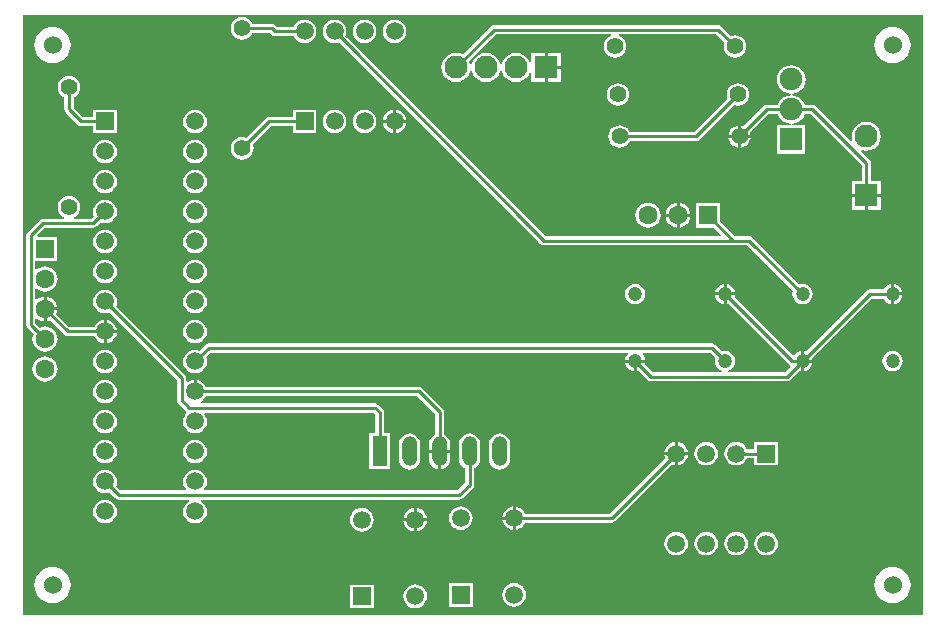
<source format=gbl>
G04*
G04 #@! TF.GenerationSoftware,Altium Limited,Altium Designer,22.1.2 (22)*
G04*
G04 Layer_Physical_Order=2*
G04 Layer_Color=16711680*
%FSLAX25Y25*%
%MOIN*%
G70*
G04*
G04 #@! TF.SameCoordinates,1BA5BB5C-5110-4B30-B957-24BA070B8C90*
G04*
G04*
G04 #@! TF.FilePolarity,Positive*
G04*
G01*
G75*
%ADD13C,0.01000*%
%ADD25C,0.07480*%
%ADD26R,0.07480X0.07480*%
%ADD32O,0.05000X0.10000*%
%ADD33R,0.05000X0.10000*%
%ADD34C,0.05512*%
%ADD35C,0.06000*%
%ADD36C,0.04724*%
%ADD37C,0.05906*%
%ADD38R,0.05906X0.05906*%
%ADD39R,0.05906X0.05906*%
%ADD40C,0.06299*%
%ADD41R,0.06299X0.06299*%
%ADD42C,0.07677*%
%ADD43R,0.07677X0.07677*%
%ADD44R,0.06299X0.06299*%
%ADD45C,0.06299*%
%ADD46R,0.07677X0.07677*%
G36*
X300000Y0D02*
X0D01*
Y200000D01*
X300000D01*
Y0D01*
D02*
G37*
%LPC*%
G36*
X124000Y198487D02*
X122968Y198351D01*
X122007Y197953D01*
X121181Y197319D01*
X120547Y196493D01*
X120149Y195532D01*
X120013Y194500D01*
X120149Y193468D01*
X120547Y192507D01*
X121181Y191681D01*
X122007Y191047D01*
X122968Y190649D01*
X124000Y190513D01*
X125032Y190649D01*
X125993Y191047D01*
X126819Y191681D01*
X127453Y192507D01*
X127851Y193468D01*
X127987Y194500D01*
X127851Y195532D01*
X127453Y196493D01*
X126819Y197319D01*
X125993Y197953D01*
X125032Y198351D01*
X124000Y198487D01*
D02*
G37*
G36*
X114000D02*
X112968Y198351D01*
X112007Y197953D01*
X111181Y197319D01*
X110547Y196493D01*
X110149Y195532D01*
X110013Y194500D01*
X110149Y193468D01*
X110547Y192507D01*
X111181Y191681D01*
X112007Y191047D01*
X112968Y190649D01*
X114000Y190513D01*
X115032Y190649D01*
X115993Y191047D01*
X116819Y191681D01*
X117453Y192507D01*
X117851Y193468D01*
X117987Y194500D01*
X117851Y195532D01*
X117453Y196493D01*
X116819Y197319D01*
X115993Y197953D01*
X115032Y198351D01*
X114000Y198487D01*
D02*
G37*
G36*
X73209Y199325D02*
X72229Y199196D01*
X71315Y198818D01*
X70531Y198216D01*
X69929Y197431D01*
X69550Y196518D01*
X69421Y195537D01*
X69550Y194556D01*
X69929Y193643D01*
X70531Y192858D01*
X71315Y192256D01*
X72229Y191878D01*
X73209Y191749D01*
X74190Y191878D01*
X75104Y192256D01*
X75888Y192858D01*
X76490Y193643D01*
X76641Y194008D01*
X82367D01*
X82956Y193419D01*
X83452Y193087D01*
X84037Y192971D01*
X90355D01*
X90547Y192507D01*
X91181Y191681D01*
X92007Y191047D01*
X92968Y190649D01*
X94000Y190513D01*
X95032Y190649D01*
X95993Y191047D01*
X96819Y191681D01*
X97453Y192507D01*
X97851Y193468D01*
X97987Y194500D01*
X97851Y195532D01*
X97453Y196493D01*
X96819Y197319D01*
X95993Y197953D01*
X95032Y198351D01*
X94000Y198487D01*
X92968Y198351D01*
X92007Y197953D01*
X91181Y197319D01*
X90547Y196493D01*
X90355Y196029D01*
X84671D01*
X84081Y196618D01*
X83585Y196950D01*
X83000Y197066D01*
X76641D01*
X76490Y197431D01*
X75888Y198216D01*
X75104Y198818D01*
X74190Y199196D01*
X73209Y199325D01*
D02*
G37*
G36*
X231900Y196629D02*
X157100D01*
X156515Y196513D01*
X156019Y196181D01*
X146674Y186837D01*
X145763Y187214D01*
X144500Y187380D01*
X143237Y187214D01*
X142060Y186726D01*
X141049Y185951D01*
X140273Y184940D01*
X139786Y183763D01*
X139620Y182500D01*
X139786Y181237D01*
X140273Y180060D01*
X141049Y179049D01*
X142060Y178273D01*
X143237Y177786D01*
X144500Y177620D01*
X145763Y177786D01*
X146940Y178273D01*
X147951Y179049D01*
X148726Y180060D01*
X149214Y181237D01*
X149248Y181494D01*
X149752D01*
X149786Y181237D01*
X150274Y180060D01*
X151049Y179049D01*
X152060Y178273D01*
X153237Y177786D01*
X154500Y177620D01*
X155763Y177786D01*
X156940Y178273D01*
X157951Y179049D01*
X158727Y180060D01*
X159214Y181237D01*
X159248Y181494D01*
X159752D01*
X159786Y181237D01*
X160274Y180060D01*
X161049Y179049D01*
X162060Y178273D01*
X163237Y177786D01*
X164500Y177620D01*
X165763Y177786D01*
X166940Y178273D01*
X167951Y179049D01*
X168727Y180060D01*
X169161Y181110D01*
X169661Y181010D01*
Y177661D01*
X174000D01*
Y182500D01*
Y187339D01*
X169661D01*
Y183990D01*
X169161Y183890D01*
X168727Y184940D01*
X167951Y185951D01*
X166940Y186726D01*
X165763Y187214D01*
X164500Y187380D01*
X163237Y187214D01*
X162060Y186726D01*
X161049Y185951D01*
X160274Y184940D01*
X159786Y183763D01*
X159752Y183506D01*
X159248D01*
X159214Y183763D01*
X158727Y184940D01*
X157951Y185951D01*
X156940Y186726D01*
X155763Y187214D01*
X154500Y187380D01*
X153237Y187214D01*
X152060Y186726D01*
X151049Y185951D01*
X150274Y184940D01*
X149786Y183763D01*
X149752Y183506D01*
X149248D01*
X149214Y183763D01*
X148837Y184674D01*
X157734Y193571D01*
X196206D01*
X196306Y193071D01*
X195606Y192781D01*
X194821Y192179D01*
X194219Y191394D01*
X193841Y190480D01*
X193712Y189500D01*
X193841Y188520D01*
X194219Y187606D01*
X194821Y186821D01*
X195606Y186219D01*
X196519Y185841D01*
X197500Y185712D01*
X198480Y185841D01*
X199394Y186219D01*
X200179Y186821D01*
X200781Y187606D01*
X201159Y188520D01*
X201288Y189500D01*
X201159Y190480D01*
X200781Y191394D01*
X200179Y192179D01*
X199394Y192781D01*
X198694Y193071D01*
X198794Y193571D01*
X231266D01*
X233992Y190845D01*
X233841Y190480D01*
X233712Y189500D01*
X233841Y188520D01*
X234219Y187606D01*
X234821Y186821D01*
X235606Y186219D01*
X236520Y185841D01*
X237500Y185712D01*
X238480Y185841D01*
X239394Y186219D01*
X240179Y186821D01*
X240781Y187606D01*
X241159Y188520D01*
X241288Y189500D01*
X241159Y190480D01*
X240781Y191394D01*
X240179Y192179D01*
X239394Y192781D01*
X238480Y193159D01*
X237500Y193288D01*
X236520Y193159D01*
X236155Y193008D01*
X232981Y196181D01*
X232485Y196513D01*
X231900Y196629D01*
D02*
G37*
G36*
X290000Y196029D02*
X288824Y195913D01*
X287693Y195570D01*
X286650Y195013D01*
X285737Y194263D01*
X284987Y193350D01*
X284430Y192307D01*
X284087Y191176D01*
X283971Y190000D01*
X284087Y188824D01*
X284430Y187693D01*
X284987Y186651D01*
X285737Y185737D01*
X286650Y184987D01*
X287693Y184430D01*
X288824Y184087D01*
X290000Y183971D01*
X291176Y184087D01*
X292307Y184430D01*
X293350Y184987D01*
X294263Y185737D01*
X295013Y186651D01*
X295570Y187693D01*
X295913Y188824D01*
X296029Y190000D01*
X295913Y191176D01*
X295570Y192307D01*
X295013Y193350D01*
X294263Y194263D01*
X293350Y195013D01*
X292307Y195570D01*
X291176Y195913D01*
X290000Y196029D01*
D02*
G37*
G36*
X10000D02*
X8824Y195913D01*
X7693Y195570D01*
X6650Y195013D01*
X5737Y194263D01*
X4987Y193350D01*
X4430Y192307D01*
X4087Y191176D01*
X3971Y190000D01*
X4087Y188824D01*
X4430Y187693D01*
X4987Y186651D01*
X5737Y185737D01*
X6650Y184987D01*
X7693Y184430D01*
X8824Y184087D01*
X10000Y183971D01*
X11176Y184087D01*
X12307Y184430D01*
X13350Y184987D01*
X14263Y185737D01*
X15013Y186651D01*
X15570Y187693D01*
X15913Y188824D01*
X16029Y190000D01*
X15913Y191176D01*
X15570Y192307D01*
X15013Y193350D01*
X14263Y194263D01*
X13350Y195013D01*
X12307Y195570D01*
X11176Y195913D01*
X10000Y196029D01*
D02*
G37*
G36*
X179339Y187339D02*
X175000D01*
Y183000D01*
X179339D01*
Y187339D01*
D02*
G37*
G36*
Y182000D02*
X175000D01*
Y177661D01*
X179339D01*
Y182000D01*
D02*
G37*
G36*
X238500Y177288D02*
X237520Y177159D01*
X236606Y176781D01*
X235821Y176179D01*
X235219Y175394D01*
X234841Y174480D01*
X234712Y173500D01*
X234841Y172520D01*
X234992Y172155D01*
X223867Y161029D01*
X202432D01*
X202281Y161394D01*
X201679Y162179D01*
X200894Y162781D01*
X199980Y163159D01*
X199000Y163288D01*
X198020Y163159D01*
X197106Y162781D01*
X196321Y162179D01*
X195719Y161394D01*
X195341Y160480D01*
X195212Y159500D01*
X195341Y158519D01*
X195719Y157606D01*
X196321Y156821D01*
X197106Y156219D01*
X198020Y155841D01*
X199000Y155712D01*
X199980Y155841D01*
X200894Y156219D01*
X201679Y156821D01*
X202281Y157606D01*
X202432Y157971D01*
X224500D01*
X225085Y158087D01*
X225581Y158419D01*
X237155Y169992D01*
X237520Y169841D01*
X238500Y169712D01*
X239480Y169841D01*
X240394Y170219D01*
X241179Y170821D01*
X241781Y171606D01*
X242159Y172520D01*
X242288Y173500D01*
X242159Y174480D01*
X241781Y175394D01*
X241179Y176179D01*
X240394Y176781D01*
X239480Y177159D01*
X238500Y177288D01*
D02*
G37*
G36*
X198500D02*
X197520Y177159D01*
X196606Y176781D01*
X195821Y176179D01*
X195219Y175394D01*
X194841Y174480D01*
X194712Y173500D01*
X194841Y172520D01*
X195219Y171606D01*
X195821Y170821D01*
X196606Y170219D01*
X197520Y169841D01*
X198500Y169712D01*
X199480Y169841D01*
X200394Y170219D01*
X201179Y170821D01*
X201781Y171606D01*
X202159Y172520D01*
X202288Y173500D01*
X202159Y174480D01*
X201781Y175394D01*
X201179Y176179D01*
X200394Y176781D01*
X199480Y177159D01*
X198500Y177288D01*
D02*
G37*
G36*
X124500Y168421D02*
Y165000D01*
X127921D01*
X127851Y165532D01*
X127453Y166493D01*
X126819Y167319D01*
X125993Y167953D01*
X125032Y168351D01*
X124500Y168421D01*
D02*
G37*
G36*
X123500D02*
X122968Y168351D01*
X122007Y167953D01*
X121181Y167319D01*
X120547Y166493D01*
X120149Y165532D01*
X120079Y165000D01*
X123500D01*
Y168421D01*
D02*
G37*
G36*
X127921Y164000D02*
X124500D01*
Y160579D01*
X125032Y160649D01*
X125993Y161047D01*
X126819Y161681D01*
X127453Y162507D01*
X127851Y163468D01*
X127921Y164000D01*
D02*
G37*
G36*
X123500D02*
X120079D01*
X120149Y163468D01*
X120547Y162507D01*
X121181Y161681D01*
X122007Y161047D01*
X122968Y160649D01*
X123500Y160579D01*
Y164000D01*
D02*
G37*
G36*
X97953Y168453D02*
X90047D01*
Y166029D01*
X82172D01*
X81587Y165913D01*
X81091Y165581D01*
X74555Y159045D01*
X74190Y159196D01*
X73209Y159325D01*
X72229Y159196D01*
X71315Y158818D01*
X70531Y158216D01*
X69929Y157431D01*
X69550Y156518D01*
X69421Y155537D01*
X69550Y154557D01*
X69929Y153643D01*
X70531Y152858D01*
X71315Y152256D01*
X72229Y151878D01*
X73209Y151749D01*
X74190Y151878D01*
X75104Y152256D01*
X75888Y152858D01*
X76490Y153643D01*
X76869Y154557D01*
X76998Y155537D01*
X76869Y156518D01*
X76718Y156882D01*
X82806Y162971D01*
X90047D01*
Y160547D01*
X97953D01*
Y168453D01*
D02*
G37*
G36*
X15500Y179788D02*
X14520Y179659D01*
X13606Y179281D01*
X12821Y178679D01*
X12219Y177894D01*
X11841Y176980D01*
X11712Y176000D01*
X11841Y175020D01*
X12219Y174106D01*
X12821Y173321D01*
X13606Y172719D01*
X13971Y172568D01*
Y168500D01*
X14087Y167915D01*
X14419Y167419D01*
X18418Y163419D01*
X18915Y163087D01*
X19500Y162971D01*
X23547D01*
Y160547D01*
X31453D01*
Y168453D01*
X23547D01*
Y166029D01*
X20133D01*
X17029Y169133D01*
Y172568D01*
X17394Y172719D01*
X18179Y173321D01*
X18781Y174106D01*
X19159Y175020D01*
X19288Y176000D01*
X19159Y176980D01*
X18781Y177894D01*
X18179Y178679D01*
X17394Y179281D01*
X16480Y179659D01*
X15500Y179788D01*
D02*
G37*
G36*
X114000Y168487D02*
X112968Y168351D01*
X112007Y167953D01*
X111181Y167319D01*
X110547Y166493D01*
X110149Y165532D01*
X110013Y164500D01*
X110149Y163468D01*
X110547Y162507D01*
X111181Y161681D01*
X112007Y161047D01*
X112968Y160649D01*
X114000Y160513D01*
X115032Y160649D01*
X115993Y161047D01*
X116819Y161681D01*
X117453Y162507D01*
X117851Y163468D01*
X117987Y164500D01*
X117851Y165532D01*
X117453Y166493D01*
X116819Y167319D01*
X115993Y167953D01*
X115032Y168351D01*
X114000Y168487D01*
D02*
G37*
G36*
X104000D02*
X102968Y168351D01*
X102007Y167953D01*
X101181Y167319D01*
X100547Y166493D01*
X100149Y165532D01*
X100013Y164500D01*
X100149Y163468D01*
X100547Y162507D01*
X101181Y161681D01*
X102007Y161047D01*
X102968Y160649D01*
X104000Y160513D01*
X105032Y160649D01*
X105993Y161047D01*
X106819Y161681D01*
X107453Y162507D01*
X107851Y163468D01*
X107987Y164500D01*
X107851Y165532D01*
X107453Y166493D01*
X106819Y167319D01*
X105993Y167953D01*
X105032Y168351D01*
X104000Y168487D01*
D02*
G37*
G36*
X57500D02*
X56468Y168351D01*
X55507Y167953D01*
X54681Y167319D01*
X54047Y166493D01*
X53649Y165532D01*
X53513Y164500D01*
X53649Y163468D01*
X54047Y162507D01*
X54681Y161681D01*
X55507Y161047D01*
X56468Y160649D01*
X57500Y160513D01*
X58532Y160649D01*
X59493Y161047D01*
X60319Y161681D01*
X60953Y162507D01*
X61351Y163468D01*
X61487Y164500D01*
X61351Y165532D01*
X60953Y166493D01*
X60319Y167319D01*
X59493Y167953D01*
X58532Y168351D01*
X57500Y168487D01*
D02*
G37*
G36*
X238500Y163223D02*
X238019Y163159D01*
X237106Y162781D01*
X236321Y162179D01*
X235719Y161394D01*
X235341Y160480D01*
X235278Y160000D01*
X238500D01*
Y163223D01*
D02*
G37*
G36*
X242723Y159000D02*
X239500D01*
Y155778D01*
X239981Y155841D01*
X240894Y156219D01*
X241679Y156821D01*
X242281Y157606D01*
X242659Y158519D01*
X242723Y159000D01*
D02*
G37*
G36*
X238500D02*
X235278D01*
X235341Y158519D01*
X235719Y157606D01*
X236321Y156821D01*
X237106Y156219D01*
X238019Y155841D01*
X238500Y155778D01*
Y159000D01*
D02*
G37*
G36*
X256254Y183281D02*
X255017Y183118D01*
X253864Y182641D01*
X252873Y181881D01*
X252114Y180891D01*
X251636Y179737D01*
X251473Y178500D01*
X251636Y177263D01*
X252114Y176110D01*
X252873Y175119D01*
X253864Y174360D01*
X255017Y173882D01*
X256002Y173752D01*
Y173248D01*
X255017Y173118D01*
X253864Y172641D01*
X252873Y171881D01*
X252114Y170890D01*
X251757Y170029D01*
X248000D01*
X247415Y169913D01*
X246919Y169581D01*
X240345Y163008D01*
X239981Y163159D01*
X239500Y163223D01*
Y160000D01*
X242723D01*
X242659Y160480D01*
X242508Y160845D01*
X248634Y166971D01*
X251757D01*
X252114Y166110D01*
X252873Y165119D01*
X253864Y164359D01*
X255017Y163882D01*
X255934Y163761D01*
X256093Y163740D01*
X256060Y163240D01*
X251514D01*
Y153760D01*
X260994D01*
Y163240D01*
X256448D01*
X256415Y163740D01*
X256574Y163761D01*
X257491Y163882D01*
X258645Y164359D01*
X259635Y165119D01*
X260395Y166110D01*
X260751Y166971D01*
X262684D01*
X279730Y149924D01*
Y144716D01*
X276421D01*
Y140377D01*
X281260D01*
X286098D01*
Y144716D01*
X282789D01*
Y150557D01*
X282673Y151143D01*
X282341Y151639D01*
X279445Y154535D01*
X279728Y154959D01*
X279997Y154848D01*
X281260Y154682D01*
X282523Y154848D01*
X283700Y155335D01*
X284711Y156111D01*
X285486Y157122D01*
X285974Y158299D01*
X286140Y159562D01*
X285974Y160825D01*
X285486Y162002D01*
X284711Y163013D01*
X283700Y163788D01*
X282523Y164276D01*
X281260Y164442D01*
X279997Y164276D01*
X278820Y163788D01*
X277809Y163013D01*
X277033Y162002D01*
X276546Y160825D01*
X276379Y159562D01*
X276546Y158299D01*
X276657Y158030D01*
X276233Y157747D01*
X264399Y169581D01*
X263902Y169913D01*
X263317Y170029D01*
X260751D01*
X260395Y170890D01*
X259635Y171881D01*
X258645Y172641D01*
X257491Y173118D01*
X256506Y173248D01*
Y173752D01*
X257491Y173882D01*
X258645Y174360D01*
X259635Y175119D01*
X260395Y176110D01*
X260872Y177263D01*
X261035Y178500D01*
X260872Y179737D01*
X260395Y180891D01*
X259635Y181881D01*
X258645Y182641D01*
X257491Y183118D01*
X256254Y183281D01*
D02*
G37*
G36*
X57500Y158487D02*
X56468Y158351D01*
X55507Y157953D01*
X54681Y157319D01*
X54047Y156493D01*
X53649Y155532D01*
X53513Y154500D01*
X53649Y153468D01*
X54047Y152507D01*
X54681Y151681D01*
X55507Y151047D01*
X56468Y150649D01*
X57500Y150513D01*
X58532Y150649D01*
X59493Y151047D01*
X60319Y151681D01*
X60953Y152507D01*
X61351Y153468D01*
X61487Y154500D01*
X61351Y155532D01*
X60953Y156493D01*
X60319Y157319D01*
X59493Y157953D01*
X58532Y158351D01*
X57500Y158487D01*
D02*
G37*
G36*
X27500D02*
X26468Y158351D01*
X25507Y157953D01*
X24681Y157319D01*
X24047Y156493D01*
X23649Y155532D01*
X23513Y154500D01*
X23649Y153468D01*
X24047Y152507D01*
X24681Y151681D01*
X25507Y151047D01*
X26468Y150649D01*
X27500Y150513D01*
X28532Y150649D01*
X29493Y151047D01*
X30319Y151681D01*
X30953Y152507D01*
X31351Y153468D01*
X31487Y154500D01*
X31351Y155532D01*
X30953Y156493D01*
X30319Y157319D01*
X29493Y157953D01*
X28532Y158351D01*
X27500Y158487D01*
D02*
G37*
G36*
X57500Y148487D02*
X56468Y148351D01*
X55507Y147953D01*
X54681Y147319D01*
X54047Y146493D01*
X53649Y145532D01*
X53513Y144500D01*
X53649Y143468D01*
X54047Y142507D01*
X54681Y141681D01*
X55507Y141047D01*
X56468Y140649D01*
X57500Y140513D01*
X58532Y140649D01*
X59493Y141047D01*
X60319Y141681D01*
X60953Y142507D01*
X61351Y143468D01*
X61487Y144500D01*
X61351Y145532D01*
X60953Y146493D01*
X60319Y147319D01*
X59493Y147953D01*
X58532Y148351D01*
X57500Y148487D01*
D02*
G37*
G36*
X27500D02*
X26468Y148351D01*
X25507Y147953D01*
X24681Y147319D01*
X24047Y146493D01*
X23649Y145532D01*
X23513Y144500D01*
X23649Y143468D01*
X24047Y142507D01*
X24681Y141681D01*
X25507Y141047D01*
X26468Y140649D01*
X27500Y140513D01*
X28532Y140649D01*
X29493Y141047D01*
X30319Y141681D01*
X30953Y142507D01*
X31351Y143468D01*
X31487Y144500D01*
X31351Y145532D01*
X30953Y146493D01*
X30319Y147319D01*
X29493Y147953D01*
X28532Y148351D01*
X27500Y148487D01*
D02*
G37*
G36*
X286098Y139377D02*
X281760D01*
Y135038D01*
X286098D01*
Y139377D01*
D02*
G37*
G36*
X280760D02*
X276421D01*
Y135038D01*
X280760D01*
Y139377D01*
D02*
G37*
G36*
X219000Y137346D02*
Y133727D01*
X222620D01*
X222543Y134310D01*
X222125Y135319D01*
X221460Y136186D01*
X220593Y136852D01*
X219583Y137270D01*
X219000Y137346D01*
D02*
G37*
G36*
X218000D02*
X217417Y137270D01*
X216407Y136852D01*
X215541Y136186D01*
X214875Y135319D01*
X214457Y134310D01*
X214380Y133727D01*
X218000D01*
Y137346D01*
D02*
G37*
G36*
X57500Y138487D02*
X56468Y138351D01*
X55507Y137953D01*
X54681Y137319D01*
X54047Y136493D01*
X53649Y135532D01*
X53513Y134500D01*
X53649Y133468D01*
X54047Y132507D01*
X54681Y131681D01*
X55507Y131047D01*
X56468Y130649D01*
X57500Y130513D01*
X58532Y130649D01*
X59493Y131047D01*
X60319Y131681D01*
X60953Y132507D01*
X61351Y133468D01*
X61487Y134500D01*
X61351Y135532D01*
X60953Y136493D01*
X60319Y137319D01*
X59493Y137953D01*
X58532Y138351D01*
X57500Y138487D01*
D02*
G37*
G36*
X15500Y139788D02*
X14520Y139659D01*
X13606Y139281D01*
X12821Y138679D01*
X12219Y137894D01*
X11841Y136980D01*
X11712Y136000D01*
X11841Y135020D01*
X12219Y134106D01*
X12821Y133321D01*
X13606Y132719D01*
X13823Y132629D01*
X13723Y132129D01*
X6800D01*
X6215Y132013D01*
X5719Y131681D01*
X1719Y127681D01*
X1387Y127185D01*
X1271Y126600D01*
Y96700D01*
X1387Y96115D01*
X1719Y95619D01*
X3691Y93647D01*
X3457Y93083D01*
X3315Y92000D01*
X3457Y90917D01*
X3875Y89907D01*
X4541Y89040D01*
X5407Y88375D01*
X6417Y87957D01*
X7500Y87815D01*
X8583Y87957D01*
X9593Y88375D01*
X10459Y89040D01*
X11125Y89907D01*
X11543Y90917D01*
X11685Y92000D01*
X11543Y93083D01*
X11125Y94093D01*
X10459Y94959D01*
X9593Y95625D01*
X8583Y96043D01*
X7500Y96185D01*
X6417Y96043D01*
X5853Y95810D01*
X4329Y97334D01*
Y98572D01*
X4829Y98819D01*
X5407Y98375D01*
X6417Y97957D01*
X7000Y97880D01*
Y102000D01*
Y106120D01*
X6417Y106043D01*
X5407Y105625D01*
X4829Y105181D01*
X4329Y105428D01*
Y108572D01*
X4829Y108819D01*
X5407Y108375D01*
X6417Y107957D01*
X7500Y107815D01*
X8583Y107957D01*
X9593Y108375D01*
X10459Y109040D01*
X11125Y109907D01*
X11543Y110917D01*
X11685Y112000D01*
X11543Y113083D01*
X11125Y114093D01*
X10459Y114960D01*
X9593Y115625D01*
X8583Y116043D01*
X7500Y116185D01*
X6417Y116043D01*
X5407Y115625D01*
X4829Y115181D01*
X4329Y115428D01*
Y117850D01*
X11650D01*
Y126150D01*
X5166D01*
X4974Y126611D01*
X7434Y129071D01*
X23600D01*
X24185Y129187D01*
X24681Y129519D01*
X26004Y130841D01*
X26468Y130649D01*
X27500Y130513D01*
X28532Y130649D01*
X29493Y131047D01*
X30319Y131681D01*
X30953Y132507D01*
X31351Y133468D01*
X31487Y134500D01*
X31351Y135532D01*
X30953Y136493D01*
X30319Y137319D01*
X29493Y137953D01*
X28532Y138351D01*
X27500Y138487D01*
X26468Y138351D01*
X25507Y137953D01*
X24681Y137319D01*
X24047Y136493D01*
X23649Y135532D01*
X23513Y134500D01*
X23649Y133468D01*
X23841Y133004D01*
X22966Y132129D01*
X17277D01*
X17177Y132629D01*
X17394Y132719D01*
X18179Y133321D01*
X18781Y134106D01*
X19159Y135020D01*
X19288Y136000D01*
X19159Y136980D01*
X18781Y137894D01*
X18179Y138679D01*
X17394Y139281D01*
X16480Y139659D01*
X15500Y139788D01*
D02*
G37*
G36*
X222620Y132727D02*
X219000D01*
Y129107D01*
X219583Y129184D01*
X220593Y129602D01*
X221460Y130267D01*
X222125Y131134D01*
X222543Y132143D01*
X222620Y132727D01*
D02*
G37*
G36*
X218000D02*
X214380D01*
X214457Y132143D01*
X214875Y131134D01*
X215541Y130267D01*
X216407Y129602D01*
X217417Y129184D01*
X218000Y129107D01*
Y132727D01*
D02*
G37*
G36*
X208500Y137412D02*
X207417Y137270D01*
X206407Y136852D01*
X205540Y136186D01*
X204875Y135319D01*
X204457Y134310D01*
X204315Y133227D01*
X204457Y132143D01*
X204875Y131134D01*
X205540Y130267D01*
X206407Y129602D01*
X207417Y129184D01*
X208500Y129041D01*
X209583Y129184D01*
X210593Y129602D01*
X211459Y130267D01*
X212125Y131134D01*
X212543Y132143D01*
X212685Y133227D01*
X212543Y134310D01*
X212125Y135319D01*
X211459Y136186D01*
X210593Y136852D01*
X209583Y137270D01*
X208500Y137412D01*
D02*
G37*
G36*
X57500Y128487D02*
X56468Y128351D01*
X55507Y127953D01*
X54681Y127319D01*
X54047Y126493D01*
X53649Y125532D01*
X53513Y124500D01*
X53649Y123468D01*
X54047Y122507D01*
X54681Y121681D01*
X55507Y121047D01*
X56468Y120649D01*
X57500Y120513D01*
X58532Y120649D01*
X59493Y121047D01*
X60319Y121681D01*
X60953Y122507D01*
X61351Y123468D01*
X61487Y124500D01*
X61351Y125532D01*
X60953Y126493D01*
X60319Y127319D01*
X59493Y127953D01*
X58532Y128351D01*
X57500Y128487D01*
D02*
G37*
G36*
X27500D02*
X26468Y128351D01*
X25507Y127953D01*
X24681Y127319D01*
X24047Y126493D01*
X23649Y125532D01*
X23513Y124500D01*
X23649Y123468D01*
X24047Y122507D01*
X24681Y121681D01*
X25507Y121047D01*
X26468Y120649D01*
X27500Y120513D01*
X28532Y120649D01*
X29493Y121047D01*
X30319Y121681D01*
X30953Y122507D01*
X31351Y123468D01*
X31487Y124500D01*
X31351Y125532D01*
X30953Y126493D01*
X30319Y127319D01*
X29493Y127953D01*
X28532Y128351D01*
X27500Y128487D01*
D02*
G37*
G36*
X57500Y118487D02*
X56468Y118351D01*
X55507Y117953D01*
X54681Y117319D01*
X54047Y116493D01*
X53649Y115532D01*
X53513Y114500D01*
X53649Y113468D01*
X54047Y112507D01*
X54681Y111681D01*
X55507Y111047D01*
X56468Y110649D01*
X57500Y110513D01*
X58532Y110649D01*
X59493Y111047D01*
X60319Y111681D01*
X60953Y112507D01*
X61351Y113468D01*
X61487Y114500D01*
X61351Y115532D01*
X60953Y116493D01*
X60319Y117319D01*
X59493Y117953D01*
X58532Y118351D01*
X57500Y118487D01*
D02*
G37*
G36*
X27500D02*
X26468Y118351D01*
X25507Y117953D01*
X24681Y117319D01*
X24047Y116493D01*
X23649Y115532D01*
X23513Y114500D01*
X23649Y113468D01*
X24047Y112507D01*
X24681Y111681D01*
X25507Y111047D01*
X26468Y110649D01*
X27500Y110513D01*
X28532Y110649D01*
X29493Y111047D01*
X30319Y111681D01*
X30953Y112507D01*
X31351Y113468D01*
X31487Y114500D01*
X31351Y115532D01*
X30953Y116493D01*
X30319Y117319D01*
X29493Y117953D01*
X28532Y118351D01*
X27500Y118487D01*
D02*
G37*
G36*
X290500Y110325D02*
Y107500D01*
X293325D01*
X293276Y107878D01*
X292937Y108696D01*
X292398Y109398D01*
X291696Y109937D01*
X290878Y110276D01*
X290500Y110325D01*
D02*
G37*
G36*
X234762D02*
Y107500D01*
X237588D01*
X237538Y107878D01*
X237199Y108696D01*
X236660Y109398D01*
X235958Y109937D01*
X235140Y110276D01*
X234762Y110325D01*
D02*
G37*
G36*
X233762D02*
X233384Y110276D01*
X232567Y109937D01*
X231864Y109398D01*
X231325Y108696D01*
X230986Y107878D01*
X230937Y107500D01*
X233762D01*
Y110325D01*
D02*
G37*
G36*
X293325Y106500D02*
X290500D01*
Y103675D01*
X290878Y103724D01*
X291696Y104063D01*
X292398Y104602D01*
X292937Y105304D01*
X293276Y106122D01*
X293325Y106500D01*
D02*
G37*
G36*
X233762D02*
X230937D01*
X230986Y106122D01*
X231325Y105304D01*
X231864Y104602D01*
X232567Y104063D01*
X233384Y103724D01*
X233762Y103675D01*
Y106500D01*
D02*
G37*
G36*
X289500Y110325D02*
X289122Y110276D01*
X288304Y109937D01*
X287602Y109398D01*
X287063Y108696D01*
X286994Y108529D01*
X282360D01*
X281775Y108413D01*
X281279Y108081D01*
X261044Y87847D01*
X260878Y87915D01*
X260500Y87965D01*
Y85140D01*
X263325D01*
X263276Y85518D01*
X263207Y85684D01*
X282994Y105471D01*
X286994D01*
X287063Y105304D01*
X287602Y104602D01*
X288304Y104063D01*
X289122Y103724D01*
X289500Y103675D01*
Y107000D01*
Y110325D01*
D02*
G37*
G36*
X104000Y198487D02*
X102968Y198351D01*
X102007Y197953D01*
X101181Y197319D01*
X100547Y196493D01*
X100149Y195532D01*
X100013Y194500D01*
X100149Y193468D01*
X100547Y192507D01*
X101181Y191681D01*
X102007Y191047D01*
X102968Y190649D01*
X104000Y190513D01*
X105032Y190649D01*
X105496Y190841D01*
X172619Y123719D01*
X173115Y123387D01*
X173700Y123271D01*
X241566D01*
X256793Y108044D01*
X256724Y107878D01*
X256609Y107000D01*
X256724Y106122D01*
X257063Y105304D01*
X257602Y104602D01*
X258304Y104063D01*
X259122Y103724D01*
X260000Y103609D01*
X260878Y103724D01*
X261696Y104063D01*
X262398Y104602D01*
X262937Y105304D01*
X263276Y106122D01*
X263391Y107000D01*
X263276Y107878D01*
X262937Y108696D01*
X262398Y109398D01*
X261696Y109937D01*
X260878Y110276D01*
X260000Y110391D01*
X259122Y110276D01*
X258956Y110207D01*
X243281Y125881D01*
X242785Y126213D01*
X242200Y126329D01*
X237560D01*
X232650Y131240D01*
Y137376D01*
X224350D01*
Y129077D01*
X230487D01*
X232773Y126791D01*
X232581Y126329D01*
X174334D01*
X107659Y193004D01*
X107851Y193468D01*
X107987Y194500D01*
X107851Y195532D01*
X107453Y196493D01*
X106819Y197319D01*
X105993Y197953D01*
X105032Y198351D01*
X104000Y198487D01*
D02*
G37*
G36*
X204262Y110391D02*
X203384Y110276D01*
X202567Y109937D01*
X201864Y109398D01*
X201325Y108696D01*
X200987Y107878D01*
X200871Y107000D01*
X200987Y106122D01*
X201325Y105304D01*
X201864Y104602D01*
X202567Y104063D01*
X203384Y103724D01*
X204262Y103609D01*
X205140Y103724D01*
X205958Y104063D01*
X206660Y104602D01*
X207199Y105304D01*
X207538Y106122D01*
X207653Y107000D01*
X207538Y107878D01*
X207199Y108696D01*
X206660Y109398D01*
X205958Y109937D01*
X205140Y110276D01*
X204262Y110391D01*
D02*
G37*
G36*
X8000Y106120D02*
Y102500D01*
X11620D01*
X11543Y103083D01*
X11125Y104093D01*
X10459Y104959D01*
X9593Y105625D01*
X8583Y106043D01*
X8000Y106120D01*
D02*
G37*
G36*
X57500Y108487D02*
X56468Y108351D01*
X55507Y107953D01*
X54681Y107319D01*
X54047Y106493D01*
X53649Y105532D01*
X53513Y104500D01*
X53649Y103468D01*
X54047Y102507D01*
X54681Y101681D01*
X55507Y101047D01*
X56468Y100649D01*
X57500Y100513D01*
X58532Y100649D01*
X59493Y101047D01*
X60319Y101681D01*
X60953Y102507D01*
X61351Y103468D01*
X61487Y104500D01*
X61351Y105532D01*
X60953Y106493D01*
X60319Y107319D01*
X59493Y107953D01*
X58532Y108351D01*
X57500Y108487D01*
D02*
G37*
G36*
X28000Y98421D02*
Y95000D01*
X31421D01*
X31351Y95532D01*
X30953Y96493D01*
X30319Y97319D01*
X29493Y97953D01*
X28532Y98351D01*
X28000Y98421D01*
D02*
G37*
G36*
X31421Y94000D02*
X28000D01*
Y90579D01*
X28532Y90649D01*
X29493Y91047D01*
X30319Y91681D01*
X30953Y92507D01*
X31351Y93468D01*
X31421Y94000D01*
D02*
G37*
G36*
X11620Y101500D02*
X8000D01*
Y97880D01*
X8583Y97957D01*
X9147Y98190D01*
X13919Y93419D01*
X14415Y93087D01*
X15000Y92971D01*
X23855D01*
X24047Y92507D01*
X24681Y91681D01*
X25507Y91047D01*
X26468Y90649D01*
X27000Y90579D01*
Y94500D01*
Y98421D01*
X26468Y98351D01*
X25507Y97953D01*
X24681Y97319D01*
X24047Y96493D01*
X23855Y96029D01*
X15633D01*
X11310Y100353D01*
X11543Y100917D01*
X11620Y101500D01*
D02*
G37*
G36*
X57500Y98487D02*
X56468Y98351D01*
X55507Y97953D01*
X54681Y97319D01*
X54047Y96493D01*
X53649Y95532D01*
X53513Y94500D01*
X53649Y93468D01*
X54047Y92507D01*
X54681Y91681D01*
X55507Y91047D01*
X56468Y90649D01*
X57500Y90513D01*
X58532Y90649D01*
X59493Y91047D01*
X60319Y91681D01*
X60953Y92507D01*
X61351Y93468D01*
X61487Y94500D01*
X61351Y95532D01*
X60953Y96493D01*
X60319Y97319D01*
X59493Y97953D01*
X58532Y98351D01*
X57500Y98487D01*
D02*
G37*
G36*
X263325Y84140D02*
X260500D01*
Y81314D01*
X260878Y81364D01*
X261696Y81703D01*
X262398Y82242D01*
X262937Y82944D01*
X263276Y83762D01*
X263325Y84140D01*
D02*
G37*
G36*
X203762D02*
X200937D01*
X200987Y83762D01*
X201325Y82944D01*
X201864Y82242D01*
X202567Y81703D01*
X203384Y81364D01*
X203762Y81314D01*
Y84140D01*
D02*
G37*
G36*
X290000Y88031D02*
X289122Y87915D01*
X288304Y87577D01*
X287602Y87038D01*
X287063Y86335D01*
X286724Y85518D01*
X286609Y84640D01*
X286724Y83762D01*
X287063Y82944D01*
X287602Y82242D01*
X288304Y81703D01*
X289122Y81364D01*
X290000Y81249D01*
X290878Y81364D01*
X291696Y81703D01*
X292398Y82242D01*
X292937Y82944D01*
X293276Y83762D01*
X293391Y84640D01*
X293276Y85518D01*
X292937Y86335D01*
X292398Y87038D01*
X291696Y87577D01*
X290878Y87915D01*
X290000Y88031D01*
D02*
G37*
G36*
X237588Y106500D02*
X234762D01*
Y103675D01*
X235140Y103724D01*
X235306Y103793D01*
X255541Y83558D01*
X255845Y83355D01*
X255967Y82770D01*
X254127Y80929D01*
X235397D01*
X235297Y81429D01*
X235958Y81703D01*
X236660Y82242D01*
X237199Y82944D01*
X237538Y83762D01*
X237653Y84640D01*
X237538Y85518D01*
X237199Y86335D01*
X236660Y87038D01*
X235958Y87577D01*
X235140Y87915D01*
X234262Y88031D01*
X233384Y87915D01*
X233218Y87847D01*
X230983Y90081D01*
X230487Y90413D01*
X229902Y90529D01*
X62000D01*
X61415Y90413D01*
X60919Y90081D01*
X58996Y88159D01*
X58532Y88351D01*
X57500Y88487D01*
X56468Y88351D01*
X55507Y87953D01*
X54681Y87319D01*
X54047Y86493D01*
X53649Y85532D01*
X53513Y84500D01*
X53649Y83468D01*
X54047Y82507D01*
X54681Y81681D01*
X55507Y81047D01*
X56468Y80649D01*
X57500Y80513D01*
X58532Y80649D01*
X59493Y81047D01*
X60319Y81681D01*
X60953Y82507D01*
X61351Y83468D01*
X61487Y84500D01*
X61351Y85532D01*
X61159Y85996D01*
X62634Y87471D01*
X201690D01*
X201813Y86971D01*
X201325Y86335D01*
X200987Y85518D01*
X200937Y85140D01*
X204262D01*
X207588D01*
X207538Y85518D01*
X207199Y86335D01*
X206712Y86971D01*
X206834Y87471D01*
X229269D01*
X231055Y85684D01*
X230986Y85518D01*
X230871Y84640D01*
X230986Y83762D01*
X231325Y82944D01*
X231864Y82242D01*
X232567Y81703D01*
X233227Y81429D01*
X233127Y80929D01*
X210136D01*
X207469Y83596D01*
X207538Y83762D01*
X207588Y84140D01*
X204762D01*
Y81314D01*
X205140Y81364D01*
X205306Y81433D01*
X208421Y78319D01*
X208917Y77987D01*
X209502Y77871D01*
X254760D01*
X255346Y77987D01*
X255842Y78319D01*
X258956Y81433D01*
X259122Y81364D01*
X259500Y81314D01*
Y84640D01*
Y87965D01*
X259122Y87915D01*
X258304Y87577D01*
X257602Y87038D01*
X257306Y86651D01*
X256806Y86619D01*
X237469Y105956D01*
X237538Y106122D01*
X237588Y106500D01*
D02*
G37*
G36*
X27500Y88487D02*
X26468Y88351D01*
X25507Y87953D01*
X24681Y87319D01*
X24047Y86493D01*
X23649Y85532D01*
X23513Y84500D01*
X23649Y83468D01*
X24047Y82507D01*
X24681Y81681D01*
X25507Y81047D01*
X26468Y80649D01*
X27500Y80513D01*
X28532Y80649D01*
X29493Y81047D01*
X30319Y81681D01*
X30953Y82507D01*
X31351Y83468D01*
X31487Y84500D01*
X31351Y85532D01*
X30953Y86493D01*
X30319Y87319D01*
X29493Y87953D01*
X28532Y88351D01*
X27500Y88487D01*
D02*
G37*
G36*
X7500Y86185D02*
X6417Y86043D01*
X5407Y85625D01*
X4541Y84960D01*
X3875Y84093D01*
X3457Y83083D01*
X3315Y82000D01*
X3457Y80917D01*
X3875Y79907D01*
X4541Y79040D01*
X5407Y78375D01*
X6417Y77957D01*
X7500Y77815D01*
X8583Y77957D01*
X9593Y78375D01*
X10459Y79040D01*
X11125Y79907D01*
X11543Y80917D01*
X11685Y82000D01*
X11543Y83083D01*
X11125Y84093D01*
X10459Y84960D01*
X9593Y85625D01*
X8583Y86043D01*
X7500Y86185D01*
D02*
G37*
G36*
X27500Y78487D02*
X26468Y78351D01*
X25507Y77953D01*
X24681Y77319D01*
X24047Y76493D01*
X23649Y75532D01*
X23513Y74500D01*
X23649Y73468D01*
X24047Y72507D01*
X24681Y71681D01*
X25507Y71047D01*
X26468Y70649D01*
X27500Y70513D01*
X28532Y70649D01*
X29493Y71047D01*
X30319Y71681D01*
X30953Y72507D01*
X31351Y73468D01*
X31487Y74500D01*
X31351Y75532D01*
X30953Y76493D01*
X30319Y77319D01*
X29493Y77953D01*
X28532Y78351D01*
X27500Y78487D01*
D02*
G37*
G36*
Y68487D02*
X26468Y68351D01*
X25507Y67953D01*
X24681Y67319D01*
X24047Y66493D01*
X23649Y65532D01*
X23513Y64500D01*
X23649Y63468D01*
X24047Y62507D01*
X24681Y61681D01*
X25507Y61047D01*
X26468Y60649D01*
X27500Y60513D01*
X28532Y60649D01*
X29493Y61047D01*
X30319Y61681D01*
X30953Y62507D01*
X31351Y63468D01*
X31487Y64500D01*
X31351Y65532D01*
X30953Y66493D01*
X30319Y67319D01*
X29493Y67953D01*
X28532Y68351D01*
X27500Y68487D01*
D02*
G37*
G36*
Y108487D02*
X26468Y108351D01*
X25507Y107953D01*
X24681Y107319D01*
X24047Y106493D01*
X23649Y105532D01*
X23513Y104500D01*
X23649Y103468D01*
X24047Y102507D01*
X24681Y101681D01*
X25507Y101047D01*
X26468Y100649D01*
X27500Y100513D01*
X28532Y100649D01*
X28996Y100841D01*
X51471Y78367D01*
Y71500D01*
X51587Y70915D01*
X51919Y70419D01*
X54419Y67919D01*
X54537Y67839D01*
X54593Y67639D01*
X54591Y67202D01*
X54047Y66493D01*
X53649Y65532D01*
X53513Y64500D01*
X53649Y63468D01*
X54047Y62507D01*
X54681Y61681D01*
X55507Y61047D01*
X56468Y60649D01*
X57500Y60513D01*
X58532Y60649D01*
X59493Y61047D01*
X60319Y61681D01*
X60953Y62507D01*
X61351Y63468D01*
X61487Y64500D01*
X61351Y65532D01*
X60953Y66493D01*
X60587Y66971D01*
X60833Y67471D01*
X116867D01*
X117471Y66866D01*
Y60500D01*
X115500D01*
Y48500D01*
X122500D01*
Y60500D01*
X120529D01*
Y67500D01*
X120413Y68085D01*
X120081Y68581D01*
X118581Y70081D01*
X118085Y70413D01*
X117500Y70529D01*
X59550D01*
X59450Y71029D01*
X59493Y71047D01*
X60319Y71681D01*
X60953Y72507D01*
X61145Y72971D01*
X131367D01*
X137471Y66866D01*
Y60155D01*
X137235Y60057D01*
X136504Y59496D01*
X135943Y58765D01*
X135590Y57914D01*
X135470Y57000D01*
Y55000D01*
X139000D01*
X142530D01*
Y57000D01*
X142410Y57914D01*
X142057Y58765D01*
X141496Y59496D01*
X140765Y60057D01*
X140529Y60155D01*
Y67500D01*
X140413Y68085D01*
X140081Y68581D01*
X133081Y75581D01*
X132585Y75913D01*
X132000Y76029D01*
X61145D01*
X60953Y76493D01*
X60319Y77319D01*
X59493Y77953D01*
X58532Y78351D01*
X58000Y78421D01*
Y74500D01*
X57000D01*
Y78421D01*
X56468Y78351D01*
X55507Y77953D01*
X55029Y77587D01*
X54529Y77833D01*
Y79000D01*
X54413Y79585D01*
X54081Y80081D01*
X31159Y103004D01*
X31351Y103468D01*
X31487Y104500D01*
X31351Y105532D01*
X30953Y106493D01*
X30319Y107319D01*
X29493Y107953D01*
X28532Y108351D01*
X27500Y108487D01*
D02*
G37*
G36*
X218373Y57746D02*
Y54325D01*
X221794D01*
X221724Y54857D01*
X221326Y55818D01*
X220692Y56644D01*
X219867Y57278D01*
X218905Y57676D01*
X218373Y57746D01*
D02*
G37*
G36*
X217373D02*
X216842Y57676D01*
X215880Y57278D01*
X215054Y56644D01*
X214421Y55818D01*
X214022Y54857D01*
X213952Y54325D01*
X217373D01*
Y57746D01*
D02*
G37*
G36*
X57500Y58487D02*
X56468Y58351D01*
X55507Y57953D01*
X54681Y57319D01*
X54047Y56493D01*
X53649Y55532D01*
X53513Y54500D01*
X53649Y53468D01*
X54047Y52507D01*
X54681Y51681D01*
X55507Y51047D01*
X56468Y50649D01*
X57500Y50513D01*
X58532Y50649D01*
X59493Y51047D01*
X60319Y51681D01*
X60953Y52507D01*
X61351Y53468D01*
X61487Y54500D01*
X61351Y55532D01*
X60953Y56493D01*
X60319Y57319D01*
X59493Y57953D01*
X58532Y58351D01*
X57500Y58487D01*
D02*
G37*
G36*
X27500D02*
X26468Y58351D01*
X25507Y57953D01*
X24681Y57319D01*
X24047Y56493D01*
X23649Y55532D01*
X23513Y54500D01*
X23649Y53468D01*
X24047Y52507D01*
X24681Y51681D01*
X25507Y51047D01*
X26468Y50649D01*
X27500Y50513D01*
X28532Y50649D01*
X29493Y51047D01*
X30319Y51681D01*
X30953Y52507D01*
X31351Y53468D01*
X31487Y54500D01*
X31351Y55532D01*
X30953Y56493D01*
X30319Y57319D01*
X29493Y57953D01*
X28532Y58351D01*
X27500Y58487D01*
D02*
G37*
G36*
X221794Y53325D02*
X218373D01*
Y49904D01*
X218905Y49974D01*
X219867Y50372D01*
X220692Y51006D01*
X221326Y51831D01*
X221724Y52793D01*
X221794Y53325D01*
D02*
G37*
G36*
X217373D02*
X213952D01*
X214022Y52793D01*
X214215Y52329D01*
X195710Y33825D01*
X167503D01*
X167311Y34289D01*
X166677Y35114D01*
X165852Y35748D01*
X164890Y36146D01*
X164358Y36216D01*
Y32295D01*
Y28374D01*
X164890Y28444D01*
X165852Y28842D01*
X166677Y29476D01*
X167311Y30302D01*
X167503Y30766D01*
X196344D01*
X196929Y30882D01*
X197425Y31214D01*
X216377Y50166D01*
X216842Y49974D01*
X217373Y49904D01*
Y53325D01*
D02*
G37*
G36*
X237873Y57812D02*
X236842Y57676D01*
X235880Y57278D01*
X235054Y56644D01*
X234421Y55818D01*
X234022Y54857D01*
X233887Y53825D01*
X234022Y52793D01*
X234421Y51831D01*
X235054Y51006D01*
X235880Y50372D01*
X236842Y49974D01*
X237873Y49838D01*
X238905Y49974D01*
X239867Y50372D01*
X240692Y51006D01*
X241326Y51831D01*
X241518Y52295D01*
X243921D01*
Y49872D01*
X251826D01*
Y57778D01*
X243921D01*
Y55354D01*
X241518D01*
X241326Y55818D01*
X240692Y56644D01*
X239867Y57278D01*
X238905Y57676D01*
X237873Y57812D01*
D02*
G37*
G36*
X227873D02*
X226841Y57676D01*
X225880Y57278D01*
X225054Y56644D01*
X224421Y55818D01*
X224022Y54857D01*
X223886Y53825D01*
X224022Y52793D01*
X224421Y51831D01*
X225054Y51006D01*
X225880Y50372D01*
X226841Y49974D01*
X227873Y49838D01*
X228905Y49974D01*
X229867Y50372D01*
X230693Y51006D01*
X231326Y51831D01*
X231724Y52793D01*
X231860Y53825D01*
X231724Y54857D01*
X231326Y55818D01*
X230693Y56644D01*
X229867Y57278D01*
X228905Y57676D01*
X227873Y57812D01*
D02*
G37*
G36*
X142530Y54000D02*
X139500D01*
Y48536D01*
X139914Y48590D01*
X140765Y48943D01*
X141496Y49504D01*
X142057Y50235D01*
X142410Y51086D01*
X142530Y52000D01*
Y54000D01*
D02*
G37*
G36*
X138500D02*
X135470D01*
Y52000D01*
X135590Y51086D01*
X135943Y50235D01*
X136504Y49504D01*
X137235Y48943D01*
X138086Y48590D01*
X138500Y48536D01*
Y54000D01*
D02*
G37*
G36*
X159000Y60530D02*
X158086Y60410D01*
X157235Y60057D01*
X156504Y59496D01*
X155943Y58765D01*
X155590Y57914D01*
X155470Y57000D01*
Y52000D01*
X155590Y51086D01*
X155943Y50235D01*
X156504Y49504D01*
X157235Y48943D01*
X158086Y48590D01*
X159000Y48470D01*
X159914Y48590D01*
X160765Y48943D01*
X161496Y49504D01*
X162057Y50235D01*
X162410Y51086D01*
X162530Y52000D01*
Y57000D01*
X162410Y57914D01*
X162057Y58765D01*
X161496Y59496D01*
X160765Y60057D01*
X159914Y60410D01*
X159000Y60530D01*
D02*
G37*
G36*
X129000D02*
X128086Y60410D01*
X127235Y60057D01*
X126504Y59496D01*
X125943Y58765D01*
X125590Y57914D01*
X125470Y57000D01*
Y52000D01*
X125590Y51086D01*
X125943Y50235D01*
X126504Y49504D01*
X127235Y48943D01*
X128086Y48590D01*
X129000Y48470D01*
X129914Y48590D01*
X130765Y48943D01*
X131496Y49504D01*
X132057Y50235D01*
X132410Y51086D01*
X132530Y52000D01*
Y57000D01*
X132410Y57914D01*
X132057Y58765D01*
X131496Y59496D01*
X130765Y60057D01*
X129914Y60410D01*
X129000Y60530D01*
D02*
G37*
G36*
X149000D02*
X148086Y60410D01*
X147235Y60057D01*
X146504Y59496D01*
X145943Y58765D01*
X145590Y57914D01*
X145470Y57000D01*
Y52000D01*
X145590Y51086D01*
X145943Y50235D01*
X146504Y49504D01*
X147235Y48943D01*
X147471Y48845D01*
Y44034D01*
X144966Y41529D01*
X60833D01*
X60587Y42029D01*
X60953Y42507D01*
X61351Y43468D01*
X61487Y44500D01*
X61351Y45532D01*
X60953Y46493D01*
X60319Y47319D01*
X59493Y47953D01*
X58532Y48351D01*
X57500Y48487D01*
X56468Y48351D01*
X55507Y47953D01*
X54681Y47319D01*
X54047Y46493D01*
X53649Y45532D01*
X53513Y44500D01*
X53649Y43468D01*
X54047Y42507D01*
X54413Y42029D01*
X54167Y41529D01*
X32634D01*
X31159Y43004D01*
X31351Y43468D01*
X31487Y44500D01*
X31351Y45532D01*
X30953Y46493D01*
X30319Y47319D01*
X29493Y47953D01*
X28532Y48351D01*
X27500Y48487D01*
X26468Y48351D01*
X25507Y47953D01*
X24681Y47319D01*
X24047Y46493D01*
X23649Y45532D01*
X23513Y44500D01*
X23649Y43468D01*
X24047Y42507D01*
X24681Y41681D01*
X25507Y41047D01*
X26468Y40649D01*
X27500Y40513D01*
X28532Y40649D01*
X28996Y40841D01*
X30919Y38919D01*
X31415Y38587D01*
X32000Y38471D01*
X55450D01*
X55550Y37971D01*
X55507Y37953D01*
X54681Y37319D01*
X54047Y36493D01*
X53649Y35532D01*
X53513Y34500D01*
X53649Y33468D01*
X54047Y32507D01*
X54681Y31681D01*
X55507Y31047D01*
X56468Y30649D01*
X57500Y30513D01*
X58532Y30649D01*
X59493Y31047D01*
X60319Y31681D01*
X60953Y32507D01*
X61351Y33468D01*
X61487Y34500D01*
X61351Y35532D01*
X60953Y36493D01*
X60319Y37319D01*
X59493Y37953D01*
X59450Y37971D01*
X59550Y38471D01*
X145600D01*
X146185Y38587D01*
X146681Y38919D01*
X150081Y42319D01*
X150413Y42815D01*
X150529Y43400D01*
Y48845D01*
X150765Y48943D01*
X151496Y49504D01*
X152057Y50235D01*
X152410Y51086D01*
X152530Y52000D01*
Y57000D01*
X152410Y57914D01*
X152057Y58765D01*
X151496Y59496D01*
X150765Y60057D01*
X149914Y60410D01*
X149000Y60530D01*
D02*
G37*
G36*
X163358Y36216D02*
X162826Y36146D01*
X161865Y35748D01*
X161039Y35114D01*
X160406Y34289D01*
X160007Y33327D01*
X159937Y32795D01*
X163358D01*
Y36216D01*
D02*
G37*
G36*
X131358Y35716D02*
Y32295D01*
X134779D01*
X134709Y32827D01*
X134311Y33789D01*
X133677Y34614D01*
X132852Y35248D01*
X131890Y35646D01*
X131358Y35716D01*
D02*
G37*
G36*
X130358D02*
X129826Y35646D01*
X128865Y35248D01*
X128039Y34614D01*
X127406Y33789D01*
X127007Y32827D01*
X126937Y32295D01*
X130358D01*
Y35716D01*
D02*
G37*
G36*
X27500Y38487D02*
X26468Y38351D01*
X25507Y37953D01*
X24681Y37319D01*
X24047Y36493D01*
X23649Y35532D01*
X23513Y34500D01*
X23649Y33468D01*
X24047Y32507D01*
X24681Y31681D01*
X25507Y31047D01*
X26468Y30649D01*
X27500Y30513D01*
X28532Y30649D01*
X29493Y31047D01*
X30319Y31681D01*
X30953Y32507D01*
X31351Y33468D01*
X31487Y34500D01*
X31351Y35532D01*
X30953Y36493D01*
X30319Y37319D01*
X29493Y37953D01*
X28532Y38351D01*
X27500Y38487D01*
D02*
G37*
G36*
X163358Y31795D02*
X159937D01*
X160007Y31263D01*
X160406Y30302D01*
X161039Y29476D01*
X161865Y28842D01*
X162826Y28444D01*
X163358Y28374D01*
Y31795D01*
D02*
G37*
G36*
X146142Y36282D02*
X145110Y36146D01*
X144148Y35748D01*
X143323Y35114D01*
X142689Y34289D01*
X142291Y33327D01*
X142155Y32295D01*
X142291Y31263D01*
X142689Y30302D01*
X143323Y29476D01*
X144148Y28842D01*
X145110Y28444D01*
X146142Y28308D01*
X147174Y28444D01*
X148135Y28842D01*
X148961Y29476D01*
X149594Y30302D01*
X149993Y31263D01*
X150129Y32295D01*
X149993Y33327D01*
X149594Y34289D01*
X148961Y35114D01*
X148135Y35748D01*
X147174Y36146D01*
X146142Y36282D01*
D02*
G37*
G36*
X134779Y31295D02*
X131358D01*
Y27874D01*
X131890Y27944D01*
X132852Y28343D01*
X133677Y28976D01*
X134311Y29802D01*
X134709Y30763D01*
X134779Y31295D01*
D02*
G37*
G36*
X130358D02*
X126937D01*
X127007Y30763D01*
X127406Y29802D01*
X128039Y28976D01*
X128865Y28343D01*
X129826Y27944D01*
X130358Y27874D01*
Y31295D01*
D02*
G37*
G36*
X113142Y35782D02*
X112110Y35646D01*
X111148Y35248D01*
X110323Y34614D01*
X109689Y33789D01*
X109291Y32827D01*
X109155Y31795D01*
X109291Y30763D01*
X109689Y29802D01*
X110323Y28976D01*
X111148Y28343D01*
X112110Y27944D01*
X113142Y27808D01*
X114174Y27944D01*
X115135Y28343D01*
X115961Y28976D01*
X116595Y29802D01*
X116993Y30763D01*
X117129Y31795D01*
X116993Y32827D01*
X116595Y33789D01*
X115961Y34614D01*
X115135Y35248D01*
X114174Y35646D01*
X113142Y35782D01*
D02*
G37*
G36*
X247873Y27812D02*
X246842Y27676D01*
X245880Y27277D01*
X245054Y26644D01*
X244421Y25818D01*
X244022Y24857D01*
X243886Y23825D01*
X244022Y22793D01*
X244421Y21831D01*
X245054Y21006D01*
X245880Y20372D01*
X246842Y19974D01*
X247873Y19838D01*
X248905Y19974D01*
X249867Y20372D01*
X250693Y21006D01*
X251326Y21831D01*
X251724Y22793D01*
X251860Y23825D01*
X251724Y24857D01*
X251326Y25818D01*
X250693Y26644D01*
X249867Y27277D01*
X248905Y27676D01*
X247873Y27812D01*
D02*
G37*
G36*
X237873D02*
X236842Y27676D01*
X235880Y27277D01*
X235054Y26644D01*
X234421Y25818D01*
X234022Y24857D01*
X233887Y23825D01*
X234022Y22793D01*
X234421Y21831D01*
X235054Y21006D01*
X235880Y20372D01*
X236842Y19974D01*
X237873Y19838D01*
X238905Y19974D01*
X239867Y20372D01*
X240692Y21006D01*
X241326Y21831D01*
X241724Y22793D01*
X241860Y23825D01*
X241724Y24857D01*
X241326Y25818D01*
X240692Y26644D01*
X239867Y27277D01*
X238905Y27676D01*
X237873Y27812D01*
D02*
G37*
G36*
X227873D02*
X226841Y27676D01*
X225880Y27277D01*
X225054Y26644D01*
X224421Y25818D01*
X224022Y24857D01*
X223886Y23825D01*
X224022Y22793D01*
X224421Y21831D01*
X225054Y21006D01*
X225880Y20372D01*
X226841Y19974D01*
X227873Y19838D01*
X228905Y19974D01*
X229867Y20372D01*
X230693Y21006D01*
X231326Y21831D01*
X231724Y22793D01*
X231860Y23825D01*
X231724Y24857D01*
X231326Y25818D01*
X230693Y26644D01*
X229867Y27277D01*
X228905Y27676D01*
X227873Y27812D01*
D02*
G37*
G36*
X217873D02*
X216842Y27676D01*
X215880Y27277D01*
X215054Y26644D01*
X214421Y25818D01*
X214022Y24857D01*
X213886Y23825D01*
X214022Y22793D01*
X214421Y21831D01*
X215054Y21006D01*
X215880Y20372D01*
X216842Y19974D01*
X217873Y19838D01*
X218905Y19974D01*
X219867Y20372D01*
X220692Y21006D01*
X221326Y21831D01*
X221724Y22793D01*
X221860Y23825D01*
X221724Y24857D01*
X221326Y25818D01*
X220692Y26644D01*
X219867Y27277D01*
X218905Y27676D01*
X217873Y27812D01*
D02*
G37*
G36*
X290000Y16029D02*
X288824Y15913D01*
X287693Y15570D01*
X286650Y15013D01*
X285737Y14263D01*
X284987Y13350D01*
X284430Y12307D01*
X284087Y11176D01*
X283971Y10000D01*
X284087Y8824D01*
X284430Y7693D01*
X284987Y6650D01*
X285737Y5737D01*
X286650Y4987D01*
X287693Y4430D01*
X288824Y4087D01*
X290000Y3971D01*
X291176Y4087D01*
X292307Y4430D01*
X293350Y4987D01*
X294263Y5737D01*
X295013Y6650D01*
X295570Y7693D01*
X295913Y8824D01*
X296029Y10000D01*
X295913Y11176D01*
X295570Y12307D01*
X295013Y13350D01*
X294263Y14263D01*
X293350Y15013D01*
X292307Y15570D01*
X291176Y15913D01*
X290000Y16029D01*
D02*
G37*
G36*
X10000D02*
X8824Y15913D01*
X7693Y15570D01*
X6650Y15013D01*
X5737Y14263D01*
X4987Y13350D01*
X4430Y12307D01*
X4087Y11176D01*
X3971Y10000D01*
X4087Y8824D01*
X4430Y7693D01*
X4987Y6650D01*
X5737Y5737D01*
X6650Y4987D01*
X7693Y4430D01*
X8824Y4087D01*
X10000Y3971D01*
X11176Y4087D01*
X12307Y4430D01*
X13350Y4987D01*
X14263Y5737D01*
X15013Y6650D01*
X15570Y7693D01*
X15913Y8824D01*
X16029Y10000D01*
X15913Y11176D01*
X15570Y12307D01*
X15013Y13350D01*
X14263Y14263D01*
X13350Y15013D01*
X12307Y15570D01*
X11176Y15913D01*
X10000Y16029D01*
D02*
G37*
G36*
X150095Y10658D02*
X142189D01*
Y2752D01*
X150095D01*
Y10658D01*
D02*
G37*
G36*
X163858Y10692D02*
X162826Y10556D01*
X161865Y10158D01*
X161039Y9524D01*
X160406Y8698D01*
X160007Y7737D01*
X159871Y6705D01*
X160007Y5673D01*
X160406Y4711D01*
X161039Y3886D01*
X161865Y3252D01*
X162826Y2854D01*
X163858Y2718D01*
X164890Y2854D01*
X165852Y3252D01*
X166677Y3886D01*
X167311Y4711D01*
X167709Y5673D01*
X167845Y6705D01*
X167709Y7737D01*
X167311Y8698D01*
X166677Y9524D01*
X165852Y10158D01*
X164890Y10556D01*
X163858Y10692D01*
D02*
G37*
G36*
X117095Y10158D02*
X109189D01*
Y2252D01*
X117095D01*
Y10158D01*
D02*
G37*
G36*
X130858Y10192D02*
X129826Y10056D01*
X128865Y9657D01*
X128039Y9024D01*
X127406Y8198D01*
X127007Y7237D01*
X126871Y6205D01*
X127007Y5173D01*
X127406Y4211D01*
X128039Y3386D01*
X128865Y2752D01*
X129826Y2354D01*
X130858Y2218D01*
X131890Y2354D01*
X132852Y2752D01*
X133677Y3386D01*
X134311Y4211D01*
X134709Y5173D01*
X134845Y6205D01*
X134709Y7237D01*
X134311Y8198D01*
X133677Y9024D01*
X132852Y9657D01*
X131890Y10056D01*
X130858Y10192D01*
D02*
G37*
%LPD*%
D13*
X173700Y124800D02*
X236927D01*
X228500Y133227D02*
X236927Y124800D01*
X242200D01*
X260000Y107000D01*
X104000Y194500D02*
X173700Y124800D01*
X248000Y168500D02*
X256254D01*
X239000Y159500D02*
X248000Y168500D01*
X256254D02*
X263317D01*
X281260Y150557D01*
Y139877D02*
Y150557D01*
X144500Y182500D02*
X157100Y195100D01*
X231900D01*
X237500Y189500D01*
X163858Y32295D02*
X196344D01*
X217873Y53825D01*
X139000Y54500D02*
Y67500D01*
X132000Y74500D02*
X139000Y67500D01*
X57500Y74500D02*
X132000D01*
X15000Y94500D02*
X27500D01*
X7500Y102000D02*
X15000Y94500D01*
X204262Y84640D02*
X209502Y79400D01*
X254760D01*
X260000Y84640D01*
X256622D02*
X260000D01*
X234262Y107000D02*
X256622Y84640D01*
X260000D02*
X282360Y107000D01*
X290000D01*
X57500Y84500D02*
X62000Y89000D01*
X229902D01*
X234262Y84640D01*
X27500Y44500D02*
X32000Y40000D01*
X145600D01*
X149000Y43400D01*
Y54500D01*
X15500Y168500D02*
Y176000D01*
Y168500D02*
X19500Y164500D01*
X27500D01*
X2800Y96700D02*
X7500Y92000D01*
X2800Y96700D02*
Y126600D01*
X6800Y130600D01*
X23600D01*
X27500Y134500D01*
Y104500D02*
X53000Y79000D01*
Y71500D02*
Y79000D01*
Y71500D02*
X55500Y69000D01*
X117500D01*
X119000Y67500D01*
Y54500D02*
Y67500D01*
X199000Y159500D02*
X224500D01*
X238500Y173500D01*
X73209Y195537D02*
X83000D01*
X84037Y194500D01*
X94000D01*
X73209Y155537D02*
X82172Y164500D01*
X94000D01*
X237873Y53825D02*
X247873D01*
D25*
X256254Y178500D02*
D03*
Y168500D02*
D03*
D26*
Y158500D02*
D03*
D32*
X159000Y54500D02*
D03*
X149000D02*
D03*
X139000D02*
D03*
X129000D02*
D03*
D33*
X119000D02*
D03*
D34*
X15500Y136000D02*
D03*
Y176000D02*
D03*
X198500Y173500D02*
D03*
X238500D02*
D03*
X199000Y159500D02*
D03*
X239000D02*
D03*
X197500Y189500D02*
D03*
X237500D02*
D03*
X73209Y195537D02*
D03*
Y155537D02*
D03*
D35*
X10000Y10000D02*
D03*
X290000D02*
D03*
Y190000D02*
D03*
X10000D02*
D03*
D36*
X290000Y107000D02*
D03*
X260000D02*
D03*
Y84640D02*
D03*
X290000D02*
D03*
X204262Y107000D02*
D03*
X234262D02*
D03*
Y84640D02*
D03*
X204262D02*
D03*
D37*
X57500Y34500D02*
D03*
Y44500D02*
D03*
Y54500D02*
D03*
Y64500D02*
D03*
Y74500D02*
D03*
Y84500D02*
D03*
Y94500D02*
D03*
Y104500D02*
D03*
Y114500D02*
D03*
Y124500D02*
D03*
Y134500D02*
D03*
Y144500D02*
D03*
Y154500D02*
D03*
Y164500D02*
D03*
X27500Y34500D02*
D03*
Y44500D02*
D03*
Y54500D02*
D03*
Y64500D02*
D03*
Y74500D02*
D03*
Y84500D02*
D03*
Y94500D02*
D03*
Y104500D02*
D03*
Y114500D02*
D03*
Y124500D02*
D03*
Y134500D02*
D03*
Y144500D02*
D03*
Y154500D02*
D03*
X113142Y31795D02*
D03*
X130858D02*
D03*
Y6205D02*
D03*
X146142Y32295D02*
D03*
X163858D02*
D03*
Y6705D02*
D03*
X104000Y164500D02*
D03*
X114000D02*
D03*
X124000D02*
D03*
X94000Y194500D02*
D03*
X104000D02*
D03*
X114000D02*
D03*
X124000D02*
D03*
X237873Y53825D02*
D03*
X227873D02*
D03*
X217873D02*
D03*
X247873Y23825D02*
D03*
X237873D02*
D03*
X227873D02*
D03*
X217873D02*
D03*
D38*
X27500Y164500D02*
D03*
D39*
X113142Y6205D02*
D03*
X146142Y6705D02*
D03*
X94000Y164500D02*
D03*
X247873Y53825D02*
D03*
D40*
X7500Y82000D02*
D03*
Y92000D02*
D03*
Y112000D02*
D03*
Y102000D02*
D03*
D41*
Y122000D02*
D03*
D42*
X144500Y182500D02*
D03*
X164500D02*
D03*
X154500D02*
D03*
X281260Y159562D02*
D03*
D43*
X174500Y182500D02*
D03*
D44*
X228500Y133227D02*
D03*
D45*
X218500D02*
D03*
X208500D02*
D03*
D46*
X281260Y139877D02*
D03*
M02*

</source>
